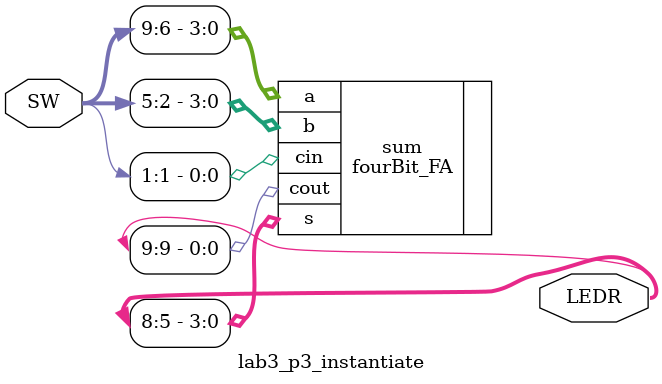
<source format=v>
module lab3_p3_instantiate(SW,LEDR);

	input[9:0] SW;
	output [9:0] LEDR;
	
	//instantiate and connect fourBit_FA
	fourBit_FA sum(.a(SW[9:6]), .b(SW[5:2]), .cin(SW[1]), .cout(LEDR[9]), .s(LEDR[8:5]));
	
endmodule
</source>
